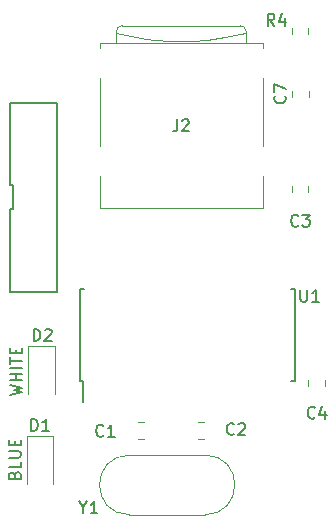
<source format=gto>
G04 #@! TF.GenerationSoftware,KiCad,Pcbnew,5.1.10*
G04 #@! TF.CreationDate,2022-01-04T22:36:10-05:00*
G04 #@! TF.ProjectId,logger,6c6f6767-6572-42e6-9b69-6361645f7063,rev?*
G04 #@! TF.SameCoordinates,Original*
G04 #@! TF.FileFunction,Legend,Top*
G04 #@! TF.FilePolarity,Positive*
%FSLAX46Y46*%
G04 Gerber Fmt 4.6, Leading zero omitted, Abs format (unit mm)*
G04 Created by KiCad (PCBNEW 5.1.10) date 2022-01-04 22:36:10*
%MOMM*%
%LPD*%
G01*
G04 APERTURE LIST*
%ADD10C,0.150000*%
%ADD11C,0.120000*%
%ADD12C,2.301600*%
%ADD13C,1.301600*%
%ADD14C,1.601600*%
%ADD15C,6.501600*%
G04 APERTURE END LIST*
D10*
X126064971Y-103620723D02*
X126112590Y-103477866D01*
X126160209Y-103430247D01*
X126255447Y-103382628D01*
X126398304Y-103382628D01*
X126493542Y-103430247D01*
X126541161Y-103477866D01*
X126588780Y-103573104D01*
X126588780Y-103954057D01*
X125588780Y-103954057D01*
X125588780Y-103620723D01*
X125636400Y-103525485D01*
X125684019Y-103477866D01*
X125779257Y-103430247D01*
X125874495Y-103430247D01*
X125969733Y-103477866D01*
X126017352Y-103525485D01*
X126064971Y-103620723D01*
X126064971Y-103954057D01*
X126588780Y-102477866D02*
X126588780Y-102954057D01*
X125588780Y-102954057D01*
X125588780Y-102144533D02*
X126398304Y-102144533D01*
X126493542Y-102096914D01*
X126541161Y-102049295D01*
X126588780Y-101954057D01*
X126588780Y-101763580D01*
X126541161Y-101668342D01*
X126493542Y-101620723D01*
X126398304Y-101573104D01*
X125588780Y-101573104D01*
X126064971Y-101096914D02*
X126064971Y-100763580D01*
X126588780Y-100620723D02*
X126588780Y-101096914D01*
X125588780Y-101096914D01*
X125588780Y-100620723D01*
X125715780Y-96842009D02*
X126715780Y-96603914D01*
X126001495Y-96413438D01*
X126715780Y-96222961D01*
X125715780Y-95984866D01*
X126715780Y-95603914D02*
X125715780Y-95603914D01*
X126191971Y-95603914D02*
X126191971Y-95032485D01*
X126715780Y-95032485D02*
X125715780Y-95032485D01*
X126715780Y-94556295D02*
X125715780Y-94556295D01*
X125715780Y-94222961D02*
X125715780Y-93651533D01*
X126715780Y-93937247D02*
X125715780Y-93937247D01*
X126191971Y-93318200D02*
X126191971Y-92984866D01*
X126715780Y-92842009D02*
X126715780Y-93318200D01*
X125715780Y-93318200D01*
X125715780Y-92842009D01*
D11*
X151001400Y-71605952D02*
X151001400Y-71083448D01*
X149531400Y-71605952D02*
X149531400Y-71083448D01*
D10*
X129676400Y-72086200D02*
X125676400Y-72086200D01*
X129676400Y-88086200D02*
X129676400Y-72086200D01*
X125676400Y-88086200D02*
X129676400Y-88086200D01*
X125676400Y-81086200D02*
X125676400Y-88086200D01*
X125976400Y-81086200D02*
X125676400Y-81086200D01*
X125976400Y-79086200D02*
X125976400Y-81086200D01*
X125676400Y-79086200D02*
X125976400Y-79086200D01*
X125676400Y-72086200D02*
X125676400Y-79086200D01*
D11*
X135790400Y-106969800D02*
X142190400Y-106969800D01*
X135790400Y-101919800D02*
X142190400Y-101919800D01*
X142190400Y-106969800D02*
G75*
G03*
X142190400Y-101919800I0J2525000D01*
G01*
X135790400Y-106969800D02*
G75*
G02*
X135790400Y-101919800I0J2525000D01*
G01*
X149531000Y-65778748D02*
X149531000Y-66301252D01*
X150951000Y-65778748D02*
X150951000Y-66301252D01*
X150928000Y-96111852D02*
X150928000Y-95589348D01*
X152348000Y-96111852D02*
X152348000Y-95589348D01*
X149531000Y-79627252D02*
X149531000Y-79104748D01*
X150951000Y-79627252D02*
X150951000Y-79104748D01*
X137031252Y-100557400D02*
X136508748Y-100557400D01*
X137031252Y-99137400D02*
X136508748Y-99137400D01*
X142120252Y-99137400D02*
X141597748Y-99137400D01*
X142120252Y-100557400D02*
X141597748Y-100557400D01*
X127084200Y-100344900D02*
X127084200Y-104404900D01*
X129354200Y-100344900D02*
X127084200Y-100344900D01*
X129354200Y-104404900D02*
X129354200Y-100344900D01*
X129455800Y-96784900D02*
X129455800Y-92724900D01*
X129455800Y-92724900D02*
X127185800Y-92724900D01*
X127185800Y-92724900D02*
X127185800Y-96784900D01*
D10*
X131591000Y-95619800D02*
X131841000Y-95619800D01*
X131591000Y-87869800D02*
X131936000Y-87869800D01*
X149841000Y-87869800D02*
X149496000Y-87869800D01*
X149841000Y-95619800D02*
X149496000Y-95619800D01*
X131591000Y-95619800D02*
X131591000Y-87869800D01*
X149841000Y-95619800D02*
X149841000Y-87869800D01*
X131841000Y-95619800D02*
X131841000Y-97444800D01*
D11*
X133272600Y-67062600D02*
X133272600Y-67462600D01*
X133272600Y-69982600D02*
X133272600Y-75762600D01*
X133272600Y-78282600D02*
X133272600Y-80982600D01*
X147092600Y-69982600D02*
X147092600Y-75762600D01*
X147092600Y-67062600D02*
X147092600Y-67462600D01*
X147092600Y-78282600D02*
X147092600Y-80982600D01*
X147092600Y-80982600D02*
X133272600Y-80982600D01*
X133272600Y-67062600D02*
X147092600Y-67062600D01*
X145682600Y-67062600D02*
X145682600Y-66062600D01*
X134682600Y-67062600D02*
X134682600Y-66062600D01*
X135182600Y-65562600D02*
X145182600Y-65562600D01*
X134682600Y-66162600D02*
X135482600Y-66362600D01*
X135482600Y-66362600D02*
X137182600Y-66662600D01*
X137182600Y-66662600D02*
X137982600Y-66762600D01*
X137982600Y-66762600D02*
X139282600Y-66862600D01*
X139282600Y-66862600D02*
X141082600Y-66862600D01*
X141082600Y-66862600D02*
X142382600Y-66762600D01*
X142382600Y-66762600D02*
X143882600Y-66562600D01*
X143882600Y-66562600D02*
X145182600Y-66262600D01*
X145182600Y-66262600D02*
X145682600Y-66162600D01*
X135182600Y-65562600D02*
G75*
G03*
X134682600Y-66062600I0J-500000D01*
G01*
X145682600Y-66062600D02*
G75*
G03*
X145182600Y-65562600I-500000J0D01*
G01*
D10*
X148943542Y-71511366D02*
X148991161Y-71558985D01*
X149038780Y-71701842D01*
X149038780Y-71797080D01*
X148991161Y-71939938D01*
X148895923Y-72035176D01*
X148800685Y-72082795D01*
X148610209Y-72130414D01*
X148467352Y-72130414D01*
X148276876Y-72082795D01*
X148181638Y-72035176D01*
X148086400Y-71939938D01*
X148038780Y-71797080D01*
X148038780Y-71701842D01*
X148086400Y-71558985D01*
X148134019Y-71511366D01*
X148038780Y-71178033D02*
X148038780Y-70511366D01*
X149038780Y-70939938D01*
X131883209Y-106351390D02*
X131883209Y-106827580D01*
X131549876Y-105827580D02*
X131883209Y-106351390D01*
X132216542Y-105827580D01*
X133073685Y-106827580D02*
X132502257Y-106827580D01*
X132787971Y-106827580D02*
X132787971Y-105827580D01*
X132692733Y-105970438D01*
X132597495Y-106065676D01*
X132502257Y-106113295D01*
X148067733Y-65552580D02*
X147734400Y-65076390D01*
X147496304Y-65552580D02*
X147496304Y-64552580D01*
X147877257Y-64552580D01*
X147972495Y-64600200D01*
X148020114Y-64647819D01*
X148067733Y-64743057D01*
X148067733Y-64885914D01*
X148020114Y-64981152D01*
X147972495Y-65028771D01*
X147877257Y-65076390D01*
X147496304Y-65076390D01*
X148924876Y-64885914D02*
X148924876Y-65552580D01*
X148686780Y-64504961D02*
X148448685Y-65219247D01*
X149067733Y-65219247D01*
X151496733Y-98731342D02*
X151449114Y-98778961D01*
X151306257Y-98826580D01*
X151211019Y-98826580D01*
X151068161Y-98778961D01*
X150972923Y-98683723D01*
X150925304Y-98588485D01*
X150877685Y-98398009D01*
X150877685Y-98255152D01*
X150925304Y-98064676D01*
X150972923Y-97969438D01*
X151068161Y-97874200D01*
X151211019Y-97826580D01*
X151306257Y-97826580D01*
X151449114Y-97874200D01*
X151496733Y-97921819D01*
X152353876Y-98159914D02*
X152353876Y-98826580D01*
X152115780Y-97778961D02*
X151877685Y-98493247D01*
X152496733Y-98493247D01*
X150099733Y-82475342D02*
X150052114Y-82522961D01*
X149909257Y-82570580D01*
X149814019Y-82570580D01*
X149671161Y-82522961D01*
X149575923Y-82427723D01*
X149528304Y-82332485D01*
X149480685Y-82142009D01*
X149480685Y-81999152D01*
X149528304Y-81808676D01*
X149575923Y-81713438D01*
X149671161Y-81618200D01*
X149814019Y-81570580D01*
X149909257Y-81570580D01*
X150052114Y-81618200D01*
X150099733Y-81665819D01*
X150433066Y-81570580D02*
X151052114Y-81570580D01*
X150718780Y-81951533D01*
X150861638Y-81951533D01*
X150956876Y-81999152D01*
X151004495Y-82046771D01*
X151052114Y-82142009D01*
X151052114Y-82380104D01*
X151004495Y-82475342D01*
X150956876Y-82522961D01*
X150861638Y-82570580D01*
X150575923Y-82570580D01*
X150480685Y-82522961D01*
X150433066Y-82475342D01*
X133589733Y-100255342D02*
X133542114Y-100302961D01*
X133399257Y-100350580D01*
X133304019Y-100350580D01*
X133161161Y-100302961D01*
X133065923Y-100207723D01*
X133018304Y-100112485D01*
X132970685Y-99922009D01*
X132970685Y-99779152D01*
X133018304Y-99588676D01*
X133065923Y-99493438D01*
X133161161Y-99398200D01*
X133304019Y-99350580D01*
X133399257Y-99350580D01*
X133542114Y-99398200D01*
X133589733Y-99445819D01*
X134542114Y-100350580D02*
X133970685Y-100350580D01*
X134256400Y-100350580D02*
X134256400Y-99350580D01*
X134161161Y-99493438D01*
X134065923Y-99588676D01*
X133970685Y-99636295D01*
X144638733Y-100128342D02*
X144591114Y-100175961D01*
X144448257Y-100223580D01*
X144353019Y-100223580D01*
X144210161Y-100175961D01*
X144114923Y-100080723D01*
X144067304Y-99985485D01*
X144019685Y-99795009D01*
X144019685Y-99652152D01*
X144067304Y-99461676D01*
X144114923Y-99366438D01*
X144210161Y-99271200D01*
X144353019Y-99223580D01*
X144448257Y-99223580D01*
X144591114Y-99271200D01*
X144638733Y-99318819D01*
X145019685Y-99318819D02*
X145067304Y-99271200D01*
X145162542Y-99223580D01*
X145400638Y-99223580D01*
X145495876Y-99271200D01*
X145543495Y-99318819D01*
X145591114Y-99414057D01*
X145591114Y-99509295D01*
X145543495Y-99652152D01*
X144972066Y-100223580D01*
X145591114Y-100223580D01*
X127481104Y-99869780D02*
X127481104Y-98869780D01*
X127719200Y-98869780D01*
X127862057Y-98917400D01*
X127957295Y-99012638D01*
X128004914Y-99107876D01*
X128052533Y-99298352D01*
X128052533Y-99441209D01*
X128004914Y-99631685D01*
X127957295Y-99726923D01*
X127862057Y-99822161D01*
X127719200Y-99869780D01*
X127481104Y-99869780D01*
X129004914Y-99869780D02*
X128433485Y-99869780D01*
X128719200Y-99869780D02*
X128719200Y-98869780D01*
X128623961Y-99012638D01*
X128528723Y-99107876D01*
X128433485Y-99155495D01*
X127682704Y-92249780D02*
X127682704Y-91249780D01*
X127920800Y-91249780D01*
X128063657Y-91297400D01*
X128158895Y-91392638D01*
X128206514Y-91487876D01*
X128254133Y-91678352D01*
X128254133Y-91821209D01*
X128206514Y-92011685D01*
X128158895Y-92106923D01*
X128063657Y-92202161D01*
X127920800Y-92249780D01*
X127682704Y-92249780D01*
X128635085Y-91345019D02*
X128682704Y-91297400D01*
X128777942Y-91249780D01*
X129016038Y-91249780D01*
X129111276Y-91297400D01*
X129158895Y-91345019D01*
X129206514Y-91440257D01*
X129206514Y-91535495D01*
X129158895Y-91678352D01*
X128587466Y-92249780D01*
X129206514Y-92249780D01*
X150266495Y-87920580D02*
X150266495Y-88730104D01*
X150314114Y-88825342D01*
X150361733Y-88872961D01*
X150456971Y-88920580D01*
X150647447Y-88920580D01*
X150742685Y-88872961D01*
X150790304Y-88825342D01*
X150837923Y-88730104D01*
X150837923Y-87920580D01*
X151837923Y-88920580D02*
X151266495Y-88920580D01*
X151552209Y-88920580D02*
X151552209Y-87920580D01*
X151456971Y-88063438D01*
X151361733Y-88158676D01*
X151266495Y-88206295D01*
X139838676Y-73499866D02*
X139838676Y-74214152D01*
X139791057Y-74357009D01*
X139695819Y-74452247D01*
X139552962Y-74499866D01*
X139457724Y-74499866D01*
X140267248Y-73595105D02*
X140314867Y-73547486D01*
X140410105Y-73499866D01*
X140648200Y-73499866D01*
X140743438Y-73547486D01*
X140791057Y-73595105D01*
X140838676Y-73690343D01*
X140838676Y-73785581D01*
X140791057Y-73928438D01*
X140219629Y-74499866D01*
X140838676Y-74499866D01*
%LPC*%
G36*
G01*
X150770583Y-70945500D02*
X149762217Y-70945500D01*
G75*
G02*
X149490600Y-70673883I0J271617D01*
G01*
X149490600Y-69940517D01*
G75*
G02*
X149762217Y-69668900I271617J0D01*
G01*
X150770583Y-69668900D01*
G75*
G02*
X151042200Y-69940517I0J-271617D01*
G01*
X151042200Y-70673883D01*
G75*
G02*
X150770583Y-70945500I-271617J0D01*
G01*
G37*
G36*
G01*
X150770583Y-73020500D02*
X149762217Y-73020500D01*
G75*
G02*
X149490600Y-72748883I0J271617D01*
G01*
X149490600Y-72015517D01*
G75*
G02*
X149762217Y-71743900I271617J0D01*
G01*
X150770583Y-71743900D01*
G75*
G02*
X151042200Y-72015517I0J-271617D01*
G01*
X151042200Y-72748883D01*
G75*
G02*
X150770583Y-73020500I-271617J0D01*
G01*
G37*
D12*
X127676400Y-74586200D03*
X127676400Y-85586200D03*
D13*
X128676400Y-78086200D03*
X128676400Y-80086200D03*
X128676400Y-82086200D03*
X126676400Y-82086200D03*
G36*
G01*
X126076400Y-77435400D02*
X127276400Y-77435400D01*
G75*
G02*
X127327200Y-77486200I0J-50800D01*
G01*
X127327200Y-78686200D01*
G75*
G02*
X127276400Y-78737000I-50800J0D01*
G01*
X126076400Y-78737000D01*
G75*
G02*
X126025600Y-78686200I0J50800D01*
G01*
X126025600Y-77486200D01*
G75*
G02*
X126076400Y-77435400I50800J0D01*
G01*
G37*
X126676400Y-80086200D03*
D14*
X141430400Y-104444800D03*
X136550400Y-104444800D03*
D15*
X127787400Y-68148200D03*
G36*
G01*
X149762285Y-66439200D02*
X150719715Y-66439200D01*
G75*
G02*
X150991800Y-66711285I0J-272085D01*
G01*
X150991800Y-67418715D01*
G75*
G02*
X150719715Y-67690800I-272085J0D01*
G01*
X149762285Y-67690800D01*
G75*
G02*
X149490200Y-67418715I0J272085D01*
G01*
X149490200Y-66711285D01*
G75*
G02*
X149762285Y-66439200I272085J0D01*
G01*
G37*
G36*
G01*
X149762285Y-64389200D02*
X150719715Y-64389200D01*
G75*
G02*
X150991800Y-64661285I0J-272085D01*
G01*
X150991800Y-65368715D01*
G75*
G02*
X150719715Y-65640800I-272085J0D01*
G01*
X149762285Y-65640800D01*
G75*
G02*
X149490200Y-65368715I0J272085D01*
G01*
X149490200Y-64661285D01*
G75*
G02*
X149762285Y-64389200I272085J0D01*
G01*
G37*
G36*
G01*
X152116715Y-97501400D02*
X151159285Y-97501400D01*
G75*
G02*
X150887200Y-97229315I0J272085D01*
G01*
X150887200Y-96521885D01*
G75*
G02*
X151159285Y-96249800I272085J0D01*
G01*
X152116715Y-96249800D01*
G75*
G02*
X152388800Y-96521885I0J-272085D01*
G01*
X152388800Y-97229315D01*
G75*
G02*
X152116715Y-97501400I-272085J0D01*
G01*
G37*
G36*
G01*
X152116715Y-95451400D02*
X151159285Y-95451400D01*
G75*
G02*
X150887200Y-95179315I0J272085D01*
G01*
X150887200Y-94471885D01*
G75*
G02*
X151159285Y-94199800I272085J0D01*
G01*
X152116715Y-94199800D01*
G75*
G02*
X152388800Y-94471885I0J-272085D01*
G01*
X152388800Y-95179315D01*
G75*
G02*
X152116715Y-95451400I-272085J0D01*
G01*
G37*
G36*
G01*
X150719715Y-81016800D02*
X149762285Y-81016800D01*
G75*
G02*
X149490200Y-80744715I0J272085D01*
G01*
X149490200Y-80037285D01*
G75*
G02*
X149762285Y-79765200I272085J0D01*
G01*
X150719715Y-79765200D01*
G75*
G02*
X150991800Y-80037285I0J-272085D01*
G01*
X150991800Y-80744715D01*
G75*
G02*
X150719715Y-81016800I-272085J0D01*
G01*
G37*
G36*
G01*
X150719715Y-78966800D02*
X149762285Y-78966800D01*
G75*
G02*
X149490200Y-78694715I0J272085D01*
G01*
X149490200Y-77987285D01*
G75*
G02*
X149762285Y-77715200I272085J0D01*
G01*
X150719715Y-77715200D01*
G75*
G02*
X150991800Y-77987285I0J-272085D01*
G01*
X150991800Y-78694715D01*
G75*
G02*
X150719715Y-78966800I-272085J0D01*
G01*
G37*
G36*
G01*
X138420800Y-99368685D02*
X138420800Y-100326115D01*
G75*
G02*
X138148715Y-100598200I-272085J0D01*
G01*
X137441285Y-100598200D01*
G75*
G02*
X137169200Y-100326115I0J272085D01*
G01*
X137169200Y-99368685D01*
G75*
G02*
X137441285Y-99096600I272085J0D01*
G01*
X138148715Y-99096600D01*
G75*
G02*
X138420800Y-99368685I0J-272085D01*
G01*
G37*
G36*
G01*
X136370800Y-99368685D02*
X136370800Y-100326115D01*
G75*
G02*
X136098715Y-100598200I-272085J0D01*
G01*
X135391285Y-100598200D01*
G75*
G02*
X135119200Y-100326115I0J272085D01*
G01*
X135119200Y-99368685D01*
G75*
G02*
X135391285Y-99096600I272085J0D01*
G01*
X136098715Y-99096600D01*
G75*
G02*
X136370800Y-99368685I0J-272085D01*
G01*
G37*
G36*
G01*
X141459800Y-99368685D02*
X141459800Y-100326115D01*
G75*
G02*
X141187715Y-100598200I-272085J0D01*
G01*
X140480285Y-100598200D01*
G75*
G02*
X140208200Y-100326115I0J272085D01*
G01*
X140208200Y-99368685D01*
G75*
G02*
X140480285Y-99096600I272085J0D01*
G01*
X141187715Y-99096600D01*
G75*
G02*
X141459800Y-99368685I0J-272085D01*
G01*
G37*
G36*
G01*
X143509800Y-99368685D02*
X143509800Y-100326115D01*
G75*
G02*
X143237715Y-100598200I-272085J0D01*
G01*
X142530285Y-100598200D01*
G75*
G02*
X142258200Y-100326115I0J272085D01*
G01*
X142258200Y-99368685D01*
G75*
G02*
X142530285Y-99096600I272085J0D01*
G01*
X143237715Y-99096600D01*
G75*
G02*
X143509800Y-99368685I0J-272085D01*
G01*
G37*
G36*
G01*
X127561224Y-103529100D02*
X128877176Y-103529100D01*
G75*
G02*
X129145000Y-103796924I0J-267824D01*
G01*
X129145000Y-104787876D01*
G75*
G02*
X128877176Y-105055700I-267824J0D01*
G01*
X127561224Y-105055700D01*
G75*
G02*
X127293400Y-104787876I0J267824D01*
G01*
X127293400Y-103796924D01*
G75*
G02*
X127561224Y-103529100I267824J0D01*
G01*
G37*
G36*
G01*
X127561224Y-100554100D02*
X128877176Y-100554100D01*
G75*
G02*
X129145000Y-100821924I0J-267824D01*
G01*
X129145000Y-101812876D01*
G75*
G02*
X128877176Y-102080700I-267824J0D01*
G01*
X127561224Y-102080700D01*
G75*
G02*
X127293400Y-101812876I0J267824D01*
G01*
X127293400Y-100821924D01*
G75*
G02*
X127561224Y-100554100I267824J0D01*
G01*
G37*
G36*
G01*
X127662824Y-92934100D02*
X128978776Y-92934100D01*
G75*
G02*
X129246600Y-93201924I0J-267824D01*
G01*
X129246600Y-94192876D01*
G75*
G02*
X128978776Y-94460700I-267824J0D01*
G01*
X127662824Y-94460700D01*
G75*
G02*
X127395000Y-94192876I0J267824D01*
G01*
X127395000Y-93201924D01*
G75*
G02*
X127662824Y-92934100I267824J0D01*
G01*
G37*
G36*
G01*
X127662824Y-95909100D02*
X128978776Y-95909100D01*
G75*
G02*
X129246600Y-96176924I0J-267824D01*
G01*
X129246600Y-97167876D01*
G75*
G02*
X128978776Y-97435700I-267824J0D01*
G01*
X127662824Y-97435700D01*
G75*
G02*
X127395000Y-97167876I0J267824D01*
G01*
X127395000Y-96176924D01*
G75*
G02*
X127662824Y-95909100I267824J0D01*
G01*
G37*
G36*
G01*
X132761000Y-97495600D02*
X132161000Y-97495600D01*
G75*
G02*
X132110200Y-97444800I0J50800D01*
G01*
X132110200Y-95444800D01*
G75*
G02*
X132161000Y-95394000I50800J0D01*
G01*
X132761000Y-95394000D01*
G75*
G02*
X132811800Y-95444800I0J-50800D01*
G01*
X132811800Y-97444800D01*
G75*
G02*
X132761000Y-97495600I-50800J0D01*
G01*
G37*
G36*
G01*
X134031000Y-97495600D02*
X133431000Y-97495600D01*
G75*
G02*
X133380200Y-97444800I0J50800D01*
G01*
X133380200Y-95444800D01*
G75*
G02*
X133431000Y-95394000I50800J0D01*
G01*
X134031000Y-95394000D01*
G75*
G02*
X134081800Y-95444800I0J-50800D01*
G01*
X134081800Y-97444800D01*
G75*
G02*
X134031000Y-97495600I-50800J0D01*
G01*
G37*
G36*
G01*
X135301000Y-97495600D02*
X134701000Y-97495600D01*
G75*
G02*
X134650200Y-97444800I0J50800D01*
G01*
X134650200Y-95444800D01*
G75*
G02*
X134701000Y-95394000I50800J0D01*
G01*
X135301000Y-95394000D01*
G75*
G02*
X135351800Y-95444800I0J-50800D01*
G01*
X135351800Y-97444800D01*
G75*
G02*
X135301000Y-97495600I-50800J0D01*
G01*
G37*
G36*
G01*
X136571000Y-97495600D02*
X135971000Y-97495600D01*
G75*
G02*
X135920200Y-97444800I0J50800D01*
G01*
X135920200Y-95444800D01*
G75*
G02*
X135971000Y-95394000I50800J0D01*
G01*
X136571000Y-95394000D01*
G75*
G02*
X136621800Y-95444800I0J-50800D01*
G01*
X136621800Y-97444800D01*
G75*
G02*
X136571000Y-97495600I-50800J0D01*
G01*
G37*
G36*
G01*
X137841000Y-97495600D02*
X137241000Y-97495600D01*
G75*
G02*
X137190200Y-97444800I0J50800D01*
G01*
X137190200Y-95444800D01*
G75*
G02*
X137241000Y-95394000I50800J0D01*
G01*
X137841000Y-95394000D01*
G75*
G02*
X137891800Y-95444800I0J-50800D01*
G01*
X137891800Y-97444800D01*
G75*
G02*
X137841000Y-97495600I-50800J0D01*
G01*
G37*
G36*
G01*
X139111000Y-97495600D02*
X138511000Y-97495600D01*
G75*
G02*
X138460200Y-97444800I0J50800D01*
G01*
X138460200Y-95444800D01*
G75*
G02*
X138511000Y-95394000I50800J0D01*
G01*
X139111000Y-95394000D01*
G75*
G02*
X139161800Y-95444800I0J-50800D01*
G01*
X139161800Y-97444800D01*
G75*
G02*
X139111000Y-97495600I-50800J0D01*
G01*
G37*
G36*
G01*
X140381000Y-97495600D02*
X139781000Y-97495600D01*
G75*
G02*
X139730200Y-97444800I0J50800D01*
G01*
X139730200Y-95444800D01*
G75*
G02*
X139781000Y-95394000I50800J0D01*
G01*
X140381000Y-95394000D01*
G75*
G02*
X140431800Y-95444800I0J-50800D01*
G01*
X140431800Y-97444800D01*
G75*
G02*
X140381000Y-97495600I-50800J0D01*
G01*
G37*
G36*
G01*
X141651000Y-97495600D02*
X141051000Y-97495600D01*
G75*
G02*
X141000200Y-97444800I0J50800D01*
G01*
X141000200Y-95444800D01*
G75*
G02*
X141051000Y-95394000I50800J0D01*
G01*
X141651000Y-95394000D01*
G75*
G02*
X141701800Y-95444800I0J-50800D01*
G01*
X141701800Y-97444800D01*
G75*
G02*
X141651000Y-97495600I-50800J0D01*
G01*
G37*
G36*
G01*
X142921000Y-97495600D02*
X142321000Y-97495600D01*
G75*
G02*
X142270200Y-97444800I0J50800D01*
G01*
X142270200Y-95444800D01*
G75*
G02*
X142321000Y-95394000I50800J0D01*
G01*
X142921000Y-95394000D01*
G75*
G02*
X142971800Y-95444800I0J-50800D01*
G01*
X142971800Y-97444800D01*
G75*
G02*
X142921000Y-97495600I-50800J0D01*
G01*
G37*
G36*
G01*
X144191000Y-97495600D02*
X143591000Y-97495600D01*
G75*
G02*
X143540200Y-97444800I0J50800D01*
G01*
X143540200Y-95444800D01*
G75*
G02*
X143591000Y-95394000I50800J0D01*
G01*
X144191000Y-95394000D01*
G75*
G02*
X144241800Y-95444800I0J-50800D01*
G01*
X144241800Y-97444800D01*
G75*
G02*
X144191000Y-97495600I-50800J0D01*
G01*
G37*
G36*
G01*
X145461000Y-97495600D02*
X144861000Y-97495600D01*
G75*
G02*
X144810200Y-97444800I0J50800D01*
G01*
X144810200Y-95444800D01*
G75*
G02*
X144861000Y-95394000I50800J0D01*
G01*
X145461000Y-95394000D01*
G75*
G02*
X145511800Y-95444800I0J-50800D01*
G01*
X145511800Y-97444800D01*
G75*
G02*
X145461000Y-97495600I-50800J0D01*
G01*
G37*
G36*
G01*
X146731000Y-97495600D02*
X146131000Y-97495600D01*
G75*
G02*
X146080200Y-97444800I0J50800D01*
G01*
X146080200Y-95444800D01*
G75*
G02*
X146131000Y-95394000I50800J0D01*
G01*
X146731000Y-95394000D01*
G75*
G02*
X146781800Y-95444800I0J-50800D01*
G01*
X146781800Y-97444800D01*
G75*
G02*
X146731000Y-97495600I-50800J0D01*
G01*
G37*
G36*
G01*
X148001000Y-97495600D02*
X147401000Y-97495600D01*
G75*
G02*
X147350200Y-97444800I0J50800D01*
G01*
X147350200Y-95444800D01*
G75*
G02*
X147401000Y-95394000I50800J0D01*
G01*
X148001000Y-95394000D01*
G75*
G02*
X148051800Y-95444800I0J-50800D01*
G01*
X148051800Y-97444800D01*
G75*
G02*
X148001000Y-97495600I-50800J0D01*
G01*
G37*
G36*
G01*
X149271000Y-97495600D02*
X148671000Y-97495600D01*
G75*
G02*
X148620200Y-97444800I0J50800D01*
G01*
X148620200Y-95444800D01*
G75*
G02*
X148671000Y-95394000I50800J0D01*
G01*
X149271000Y-95394000D01*
G75*
G02*
X149321800Y-95444800I0J-50800D01*
G01*
X149321800Y-97444800D01*
G75*
G02*
X149271000Y-97495600I-50800J0D01*
G01*
G37*
G36*
G01*
X149271000Y-88095600D02*
X148671000Y-88095600D01*
G75*
G02*
X148620200Y-88044800I0J50800D01*
G01*
X148620200Y-86044800D01*
G75*
G02*
X148671000Y-85994000I50800J0D01*
G01*
X149271000Y-85994000D01*
G75*
G02*
X149321800Y-86044800I0J-50800D01*
G01*
X149321800Y-88044800D01*
G75*
G02*
X149271000Y-88095600I-50800J0D01*
G01*
G37*
G36*
G01*
X148001000Y-88095600D02*
X147401000Y-88095600D01*
G75*
G02*
X147350200Y-88044800I0J50800D01*
G01*
X147350200Y-86044800D01*
G75*
G02*
X147401000Y-85994000I50800J0D01*
G01*
X148001000Y-85994000D01*
G75*
G02*
X148051800Y-86044800I0J-50800D01*
G01*
X148051800Y-88044800D01*
G75*
G02*
X148001000Y-88095600I-50800J0D01*
G01*
G37*
G36*
G01*
X146731000Y-88095600D02*
X146131000Y-88095600D01*
G75*
G02*
X146080200Y-88044800I0J50800D01*
G01*
X146080200Y-86044800D01*
G75*
G02*
X146131000Y-85994000I50800J0D01*
G01*
X146731000Y-85994000D01*
G75*
G02*
X146781800Y-86044800I0J-50800D01*
G01*
X146781800Y-88044800D01*
G75*
G02*
X146731000Y-88095600I-50800J0D01*
G01*
G37*
G36*
G01*
X145461000Y-88095600D02*
X144861000Y-88095600D01*
G75*
G02*
X144810200Y-88044800I0J50800D01*
G01*
X144810200Y-86044800D01*
G75*
G02*
X144861000Y-85994000I50800J0D01*
G01*
X145461000Y-85994000D01*
G75*
G02*
X145511800Y-86044800I0J-50800D01*
G01*
X145511800Y-88044800D01*
G75*
G02*
X145461000Y-88095600I-50800J0D01*
G01*
G37*
G36*
G01*
X144191000Y-88095600D02*
X143591000Y-88095600D01*
G75*
G02*
X143540200Y-88044800I0J50800D01*
G01*
X143540200Y-86044800D01*
G75*
G02*
X143591000Y-85994000I50800J0D01*
G01*
X144191000Y-85994000D01*
G75*
G02*
X144241800Y-86044800I0J-50800D01*
G01*
X144241800Y-88044800D01*
G75*
G02*
X144191000Y-88095600I-50800J0D01*
G01*
G37*
G36*
G01*
X142921000Y-88095600D02*
X142321000Y-88095600D01*
G75*
G02*
X142270200Y-88044800I0J50800D01*
G01*
X142270200Y-86044800D01*
G75*
G02*
X142321000Y-85994000I50800J0D01*
G01*
X142921000Y-85994000D01*
G75*
G02*
X142971800Y-86044800I0J-50800D01*
G01*
X142971800Y-88044800D01*
G75*
G02*
X142921000Y-88095600I-50800J0D01*
G01*
G37*
G36*
G01*
X141651000Y-88095600D02*
X141051000Y-88095600D01*
G75*
G02*
X141000200Y-88044800I0J50800D01*
G01*
X141000200Y-86044800D01*
G75*
G02*
X141051000Y-85994000I50800J0D01*
G01*
X141651000Y-85994000D01*
G75*
G02*
X141701800Y-86044800I0J-50800D01*
G01*
X141701800Y-88044800D01*
G75*
G02*
X141651000Y-88095600I-50800J0D01*
G01*
G37*
G36*
G01*
X140381000Y-88095600D02*
X139781000Y-88095600D01*
G75*
G02*
X139730200Y-88044800I0J50800D01*
G01*
X139730200Y-86044800D01*
G75*
G02*
X139781000Y-85994000I50800J0D01*
G01*
X140381000Y-85994000D01*
G75*
G02*
X140431800Y-86044800I0J-50800D01*
G01*
X140431800Y-88044800D01*
G75*
G02*
X140381000Y-88095600I-50800J0D01*
G01*
G37*
G36*
G01*
X139111000Y-88095600D02*
X138511000Y-88095600D01*
G75*
G02*
X138460200Y-88044800I0J50800D01*
G01*
X138460200Y-86044800D01*
G75*
G02*
X138511000Y-85994000I50800J0D01*
G01*
X139111000Y-85994000D01*
G75*
G02*
X139161800Y-86044800I0J-50800D01*
G01*
X139161800Y-88044800D01*
G75*
G02*
X139111000Y-88095600I-50800J0D01*
G01*
G37*
G36*
G01*
X137841000Y-88095600D02*
X137241000Y-88095600D01*
G75*
G02*
X137190200Y-88044800I0J50800D01*
G01*
X137190200Y-86044800D01*
G75*
G02*
X137241000Y-85994000I50800J0D01*
G01*
X137841000Y-85994000D01*
G75*
G02*
X137891800Y-86044800I0J-50800D01*
G01*
X137891800Y-88044800D01*
G75*
G02*
X137841000Y-88095600I-50800J0D01*
G01*
G37*
G36*
G01*
X136571000Y-88095600D02*
X135971000Y-88095600D01*
G75*
G02*
X135920200Y-88044800I0J50800D01*
G01*
X135920200Y-86044800D01*
G75*
G02*
X135971000Y-85994000I50800J0D01*
G01*
X136571000Y-85994000D01*
G75*
G02*
X136621800Y-86044800I0J-50800D01*
G01*
X136621800Y-88044800D01*
G75*
G02*
X136571000Y-88095600I-50800J0D01*
G01*
G37*
G36*
G01*
X135301000Y-88095600D02*
X134701000Y-88095600D01*
G75*
G02*
X134650200Y-88044800I0J50800D01*
G01*
X134650200Y-86044800D01*
G75*
G02*
X134701000Y-85994000I50800J0D01*
G01*
X135301000Y-85994000D01*
G75*
G02*
X135351800Y-86044800I0J-50800D01*
G01*
X135351800Y-88044800D01*
G75*
G02*
X135301000Y-88095600I-50800J0D01*
G01*
G37*
G36*
G01*
X134031000Y-88095600D02*
X133431000Y-88095600D01*
G75*
G02*
X133380200Y-88044800I0J50800D01*
G01*
X133380200Y-86044800D01*
G75*
G02*
X133431000Y-85994000I50800J0D01*
G01*
X134031000Y-85994000D01*
G75*
G02*
X134081800Y-86044800I0J-50800D01*
G01*
X134081800Y-88044800D01*
G75*
G02*
X134031000Y-88095600I-50800J0D01*
G01*
G37*
G36*
G01*
X132761000Y-88095600D02*
X132161000Y-88095600D01*
G75*
G02*
X132110200Y-88044800I0J50800D01*
G01*
X132110200Y-86044800D01*
G75*
G02*
X132161000Y-85994000I50800J0D01*
G01*
X132761000Y-85994000D01*
G75*
G02*
X132811800Y-86044800I0J-50800D01*
G01*
X132811800Y-88044800D01*
G75*
G02*
X132761000Y-88095600I-50800J0D01*
G01*
G37*
G36*
G01*
X136535200Y-72057000D02*
X136535200Y-70557000D01*
G75*
G02*
X136586000Y-70506200I50800J0D01*
G01*
X137386000Y-70506200D01*
G75*
G02*
X137436800Y-70557000I0J-50800D01*
G01*
X137436800Y-72057000D01*
G75*
G02*
X137386000Y-72107800I-50800J0D01*
G01*
X136586000Y-72107800D01*
G75*
G02*
X136535200Y-72057000I0J50800D01*
G01*
G37*
G36*
G01*
X137635200Y-72057000D02*
X137635200Y-70557000D01*
G75*
G02*
X137686000Y-70506200I50800J0D01*
G01*
X138486000Y-70506200D01*
G75*
G02*
X138536800Y-70557000I0J-50800D01*
G01*
X138536800Y-72057000D01*
G75*
G02*
X138486000Y-72107800I-50800J0D01*
G01*
X137686000Y-72107800D01*
G75*
G02*
X137635200Y-72057000I0J50800D01*
G01*
G37*
G36*
G01*
X138745200Y-72057000D02*
X138745200Y-70557000D01*
G75*
G02*
X138796000Y-70506200I50800J0D01*
G01*
X139596000Y-70506200D01*
G75*
G02*
X139646800Y-70557000I0J-50800D01*
G01*
X139646800Y-72057000D01*
G75*
G02*
X139596000Y-72107800I-50800J0D01*
G01*
X138796000Y-72107800D01*
G75*
G02*
X138745200Y-72057000I0J50800D01*
G01*
G37*
G36*
G01*
X139835200Y-72057000D02*
X139835200Y-70557000D01*
G75*
G02*
X139886000Y-70506200I50800J0D01*
G01*
X140686000Y-70506200D01*
G75*
G02*
X140736800Y-70557000I0J-50800D01*
G01*
X140736800Y-72057000D01*
G75*
G02*
X140686000Y-72107800I-50800J0D01*
G01*
X139886000Y-72107800D01*
G75*
G02*
X139835200Y-72057000I0J50800D01*
G01*
G37*
G36*
G01*
X140935200Y-72067000D02*
X140935200Y-70567000D01*
G75*
G02*
X140986000Y-70516200I50800J0D01*
G01*
X141786000Y-70516200D01*
G75*
G02*
X141836800Y-70567000I0J-50800D01*
G01*
X141836800Y-72067000D01*
G75*
G02*
X141786000Y-72117800I-50800J0D01*
G01*
X140986000Y-72117800D01*
G75*
G02*
X140935200Y-72067000I0J50800D01*
G01*
G37*
G36*
G01*
X142035200Y-72057000D02*
X142035200Y-70557000D01*
G75*
G02*
X142086000Y-70506200I50800J0D01*
G01*
X142886000Y-70506200D01*
G75*
G02*
X142936800Y-70557000I0J-50800D01*
G01*
X142936800Y-72057000D01*
G75*
G02*
X142886000Y-72107800I-50800J0D01*
G01*
X142086000Y-72107800D01*
G75*
G02*
X142035200Y-72057000I0J50800D01*
G01*
G37*
G36*
G01*
X143135200Y-72057000D02*
X143135200Y-70557000D01*
G75*
G02*
X143186000Y-70506200I50800J0D01*
G01*
X143986000Y-70506200D01*
G75*
G02*
X144036800Y-70557000I0J-50800D01*
G01*
X144036800Y-72057000D01*
G75*
G02*
X143986000Y-72107800I-50800J0D01*
G01*
X143186000Y-72107800D01*
G75*
G02*
X143135200Y-72057000I0J50800D01*
G01*
G37*
G36*
G01*
X144235200Y-72057000D02*
X144235200Y-70557000D01*
G75*
G02*
X144286000Y-70506200I50800J0D01*
G01*
X145086000Y-70506200D01*
G75*
G02*
X145136800Y-70557000I0J-50800D01*
G01*
X145136800Y-72057000D01*
G75*
G02*
X145086000Y-72107800I-50800J0D01*
G01*
X144286000Y-72107800D01*
G75*
G02*
X144235200Y-72057000I0J50800D01*
G01*
G37*
G36*
G01*
X146290200Y-78007000D02*
X146290200Y-76007000D01*
G75*
G02*
X146341000Y-75956200I50800J0D01*
G01*
X147791000Y-75956200D01*
G75*
G02*
X147841800Y-76007000I0J-50800D01*
G01*
X147841800Y-78007000D01*
G75*
G02*
X147791000Y-78057800I-50800J0D01*
G01*
X146341000Y-78057800D01*
G75*
G02*
X146290200Y-78007000I0J50800D01*
G01*
G37*
G36*
G01*
X132540200Y-78007000D02*
X132540200Y-76007000D01*
G75*
G02*
X132591000Y-75956200I50800J0D01*
G01*
X134041000Y-75956200D01*
G75*
G02*
X134091800Y-76007000I0J-50800D01*
G01*
X134091800Y-78007000D01*
G75*
G02*
X134041000Y-78057800I-50800J0D01*
G01*
X132591000Y-78057800D01*
G75*
G02*
X132540200Y-78007000I0J50800D01*
G01*
G37*
G36*
G01*
X132540200Y-69707000D02*
X132540200Y-67707000D01*
G75*
G02*
X132591000Y-67656200I50800J0D01*
G01*
X134041000Y-67656200D01*
G75*
G02*
X134091800Y-67707000I0J-50800D01*
G01*
X134091800Y-69707000D01*
G75*
G02*
X134041000Y-69757800I-50800J0D01*
G01*
X132591000Y-69757800D01*
G75*
G02*
X132540200Y-69707000I0J50800D01*
G01*
G37*
G36*
G01*
X146290200Y-69707000D02*
X146290200Y-67707000D01*
G75*
G02*
X146341000Y-67656200I50800J0D01*
G01*
X147791000Y-67656200D01*
G75*
G02*
X147841800Y-67707000I0J-50800D01*
G01*
X147841800Y-69707000D01*
G75*
G02*
X147791000Y-69757800I-50800J0D01*
G01*
X146341000Y-69757800D01*
G75*
G02*
X146290200Y-69707000I0J50800D01*
G01*
G37*
X149377400Y-103708200D03*
M02*

</source>
